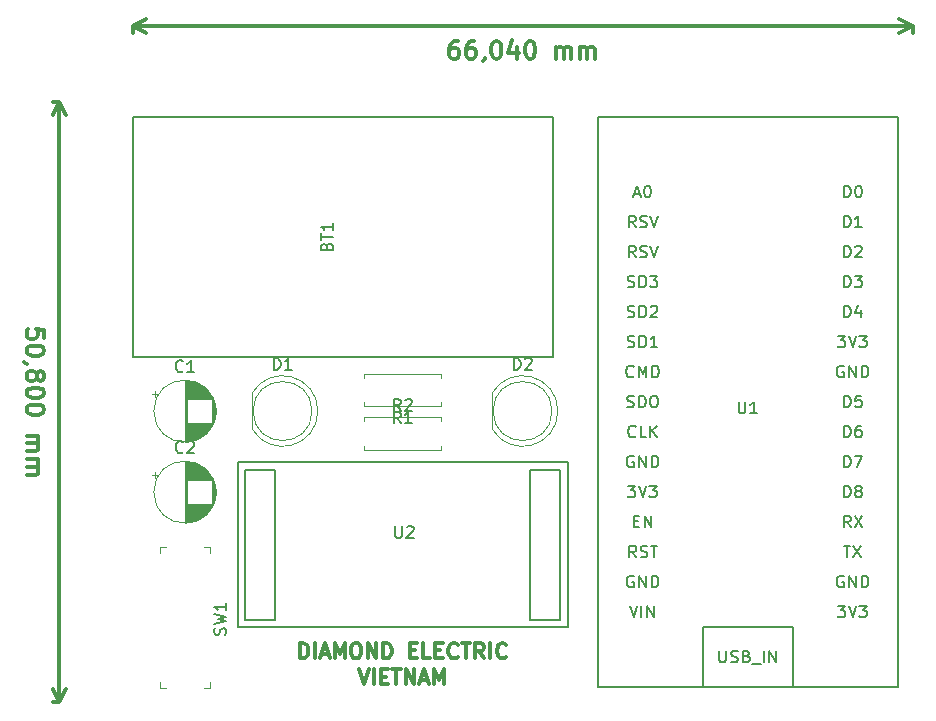
<source format=gto>
G04 #@! TF.GenerationSoftware,KiCad,Pcbnew,5.0.2-bee76a0~70~ubuntu18.04.1*
G04 #@! TF.CreationDate,2019-03-11T12:10:11+07:00*
G04 #@! TF.ProjectId,TestNodeMcu,54657374-4e6f-4646-954d-63752e6b6963,rev?*
G04 #@! TF.SameCoordinates,Original*
G04 #@! TF.FileFunction,Legend,Top*
G04 #@! TF.FilePolarity,Positive*
%FSLAX45Y45*%
G04 Gerber Fmt 4.5, Leading zero omitted, Abs format (unit mm)*
G04 Created by KiCad (PCBNEW 5.0.2-bee76a0~70~ubuntu18.04.1) date Thứ hai, 11 Tháng 3 Năm 2019 12:10:11 +07*
%MOMM*%
%LPD*%
G01*
G04 APERTURE LIST*
%ADD10C,0.300000*%
%ADD11C,0.150000*%
%ADD12C,0.120000*%
%ADD13C,0.100000*%
G04 APERTURE END LIST*
D10*
X14055000Y-7102891D02*
X14026428Y-7102891D01*
X14012143Y-7110034D01*
X14005000Y-7117177D01*
X13990714Y-7138605D01*
X13983571Y-7167177D01*
X13983571Y-7224319D01*
X13990714Y-7238605D01*
X13997857Y-7245748D01*
X14012143Y-7252891D01*
X14040714Y-7252891D01*
X14055000Y-7245748D01*
X14062143Y-7238605D01*
X14069286Y-7224319D01*
X14069286Y-7188605D01*
X14062143Y-7174319D01*
X14055000Y-7167177D01*
X14040714Y-7160034D01*
X14012143Y-7160034D01*
X13997857Y-7167177D01*
X13990714Y-7174319D01*
X13983571Y-7188605D01*
X14197857Y-7102891D02*
X14169286Y-7102891D01*
X14155000Y-7110034D01*
X14147857Y-7117177D01*
X14133571Y-7138605D01*
X14126428Y-7167177D01*
X14126428Y-7224319D01*
X14133571Y-7238605D01*
X14140714Y-7245748D01*
X14155000Y-7252891D01*
X14183571Y-7252891D01*
X14197857Y-7245748D01*
X14205000Y-7238605D01*
X14212143Y-7224319D01*
X14212143Y-7188605D01*
X14205000Y-7174319D01*
X14197857Y-7167177D01*
X14183571Y-7160034D01*
X14155000Y-7160034D01*
X14140714Y-7167177D01*
X14133571Y-7174319D01*
X14126428Y-7188605D01*
X14283571Y-7245748D02*
X14283571Y-7252891D01*
X14276428Y-7267177D01*
X14269286Y-7274319D01*
X14376428Y-7102891D02*
X14390714Y-7102891D01*
X14405000Y-7110034D01*
X14412143Y-7117177D01*
X14419286Y-7131462D01*
X14426428Y-7160034D01*
X14426428Y-7195748D01*
X14419286Y-7224319D01*
X14412143Y-7238605D01*
X14405000Y-7245748D01*
X14390714Y-7252891D01*
X14376428Y-7252891D01*
X14362143Y-7245748D01*
X14355000Y-7238605D01*
X14347857Y-7224319D01*
X14340714Y-7195748D01*
X14340714Y-7160034D01*
X14347857Y-7131462D01*
X14355000Y-7117177D01*
X14362143Y-7110034D01*
X14376428Y-7102891D01*
X14555000Y-7152891D02*
X14555000Y-7252891D01*
X14519286Y-7095748D02*
X14483571Y-7202891D01*
X14576428Y-7202891D01*
X14662143Y-7102891D02*
X14676428Y-7102891D01*
X14690714Y-7110034D01*
X14697857Y-7117177D01*
X14705000Y-7131462D01*
X14712143Y-7160034D01*
X14712143Y-7195748D01*
X14705000Y-7224319D01*
X14697857Y-7238605D01*
X14690714Y-7245748D01*
X14676428Y-7252891D01*
X14662143Y-7252891D01*
X14647857Y-7245748D01*
X14640714Y-7238605D01*
X14633571Y-7224319D01*
X14626428Y-7195748D01*
X14626428Y-7160034D01*
X14633571Y-7131462D01*
X14640714Y-7117177D01*
X14647857Y-7110034D01*
X14662143Y-7102891D01*
X14890714Y-7252891D02*
X14890714Y-7152891D01*
X14890714Y-7167177D02*
X14897857Y-7160034D01*
X14912143Y-7152891D01*
X14933571Y-7152891D01*
X14947857Y-7160034D01*
X14955000Y-7174319D01*
X14955000Y-7252891D01*
X14955000Y-7174319D02*
X14962143Y-7160034D01*
X14976428Y-7152891D01*
X14997857Y-7152891D01*
X15012143Y-7160034D01*
X15019286Y-7174319D01*
X15019286Y-7252891D01*
X15090714Y-7252891D02*
X15090714Y-7152891D01*
X15090714Y-7167177D02*
X15097857Y-7160034D01*
X15112143Y-7152891D01*
X15133571Y-7152891D01*
X15147857Y-7160034D01*
X15155000Y-7174319D01*
X15155000Y-7252891D01*
X15155000Y-7174319D02*
X15162143Y-7160034D01*
X15176428Y-7152891D01*
X15197857Y-7152891D01*
X15212143Y-7160034D01*
X15219286Y-7174319D01*
X15219286Y-7252891D01*
X11303000Y-6975034D02*
X17907000Y-6975034D01*
X11303000Y-6975034D02*
X11303000Y-7033676D01*
X17907000Y-6975034D02*
X17907000Y-7033676D01*
X17907000Y-6975034D02*
X17794350Y-7033676D01*
X17907000Y-6975034D02*
X17794350Y-6916392D01*
X11303000Y-6975034D02*
X11415650Y-7033676D01*
X11303000Y-6975034D02*
X11415650Y-6916392D01*
X10556181Y-9617143D02*
X10556181Y-9545714D01*
X10484753Y-9538571D01*
X10491896Y-9545714D01*
X10499038Y-9560000D01*
X10499038Y-9595714D01*
X10491896Y-9610000D01*
X10484753Y-9617143D01*
X10470467Y-9624286D01*
X10434753Y-9624286D01*
X10420467Y-9617143D01*
X10413324Y-9610000D01*
X10406181Y-9595714D01*
X10406181Y-9560000D01*
X10413324Y-9545714D01*
X10420467Y-9538571D01*
X10556181Y-9717143D02*
X10556181Y-9731429D01*
X10549038Y-9745714D01*
X10541896Y-9752857D01*
X10527610Y-9760000D01*
X10499038Y-9767143D01*
X10463324Y-9767143D01*
X10434753Y-9760000D01*
X10420467Y-9752857D01*
X10413324Y-9745714D01*
X10406181Y-9731429D01*
X10406181Y-9717143D01*
X10413324Y-9702857D01*
X10420467Y-9695714D01*
X10434753Y-9688571D01*
X10463324Y-9681429D01*
X10499038Y-9681429D01*
X10527610Y-9688571D01*
X10541896Y-9695714D01*
X10549038Y-9702857D01*
X10556181Y-9717143D01*
X10413324Y-9838571D02*
X10406181Y-9838571D01*
X10391896Y-9831429D01*
X10384753Y-9824286D01*
X10491896Y-9924286D02*
X10499038Y-9910000D01*
X10506181Y-9902857D01*
X10520467Y-9895714D01*
X10527610Y-9895714D01*
X10541896Y-9902857D01*
X10549038Y-9910000D01*
X10556181Y-9924286D01*
X10556181Y-9952857D01*
X10549038Y-9967143D01*
X10541896Y-9974286D01*
X10527610Y-9981429D01*
X10520467Y-9981429D01*
X10506181Y-9974286D01*
X10499038Y-9967143D01*
X10491896Y-9952857D01*
X10491896Y-9924286D01*
X10484753Y-9910000D01*
X10477610Y-9902857D01*
X10463324Y-9895714D01*
X10434753Y-9895714D01*
X10420467Y-9902857D01*
X10413324Y-9910000D01*
X10406181Y-9924286D01*
X10406181Y-9952857D01*
X10413324Y-9967143D01*
X10420467Y-9974286D01*
X10434753Y-9981429D01*
X10463324Y-9981429D01*
X10477610Y-9974286D01*
X10484753Y-9967143D01*
X10491896Y-9952857D01*
X10556181Y-10074286D02*
X10556181Y-10088571D01*
X10549038Y-10102857D01*
X10541896Y-10110000D01*
X10527610Y-10117143D01*
X10499038Y-10124286D01*
X10463324Y-10124286D01*
X10434753Y-10117143D01*
X10420467Y-10110000D01*
X10413324Y-10102857D01*
X10406181Y-10088571D01*
X10406181Y-10074286D01*
X10413324Y-10060000D01*
X10420467Y-10052857D01*
X10434753Y-10045714D01*
X10463324Y-10038571D01*
X10499038Y-10038571D01*
X10527610Y-10045714D01*
X10541896Y-10052857D01*
X10549038Y-10060000D01*
X10556181Y-10074286D01*
X10556181Y-10217143D02*
X10556181Y-10231429D01*
X10549038Y-10245714D01*
X10541896Y-10252857D01*
X10527610Y-10260000D01*
X10499038Y-10267143D01*
X10463324Y-10267143D01*
X10434753Y-10260000D01*
X10420467Y-10252857D01*
X10413324Y-10245714D01*
X10406181Y-10231429D01*
X10406181Y-10217143D01*
X10413324Y-10202857D01*
X10420467Y-10195714D01*
X10434753Y-10188571D01*
X10463324Y-10181429D01*
X10499038Y-10181429D01*
X10527610Y-10188571D01*
X10541896Y-10195714D01*
X10549038Y-10202857D01*
X10556181Y-10217143D01*
X10406181Y-10445714D02*
X10506181Y-10445714D01*
X10491896Y-10445714D02*
X10499038Y-10452857D01*
X10506181Y-10467143D01*
X10506181Y-10488571D01*
X10499038Y-10502857D01*
X10484753Y-10510000D01*
X10406181Y-10510000D01*
X10484753Y-10510000D02*
X10499038Y-10517143D01*
X10506181Y-10531429D01*
X10506181Y-10552857D01*
X10499038Y-10567143D01*
X10484753Y-10574286D01*
X10406181Y-10574286D01*
X10406181Y-10645714D02*
X10506181Y-10645714D01*
X10491896Y-10645714D02*
X10499038Y-10652857D01*
X10506181Y-10667143D01*
X10506181Y-10688571D01*
X10499038Y-10702857D01*
X10484753Y-10710000D01*
X10406181Y-10710000D01*
X10484753Y-10710000D02*
X10499038Y-10717143D01*
X10506181Y-10731429D01*
X10506181Y-10752857D01*
X10499038Y-10767143D01*
X10484753Y-10774286D01*
X10406181Y-10774286D01*
X10684038Y-7620000D02*
X10684038Y-12700000D01*
X10684038Y-7620000D02*
X10625396Y-7620000D01*
X10684038Y-12700000D02*
X10625396Y-12700000D01*
X10684038Y-12700000D02*
X10625396Y-12587350D01*
X10684038Y-12700000D02*
X10742681Y-12587350D01*
X10684038Y-7620000D02*
X10625396Y-7732650D01*
X10684038Y-7620000D02*
X10742681Y-7732650D01*
X12718143Y-12329702D02*
X12718143Y-12202702D01*
X12748381Y-12202702D01*
X12766524Y-12208750D01*
X12778619Y-12220845D01*
X12784667Y-12232940D01*
X12790714Y-12257131D01*
X12790714Y-12275274D01*
X12784667Y-12299464D01*
X12778619Y-12311559D01*
X12766524Y-12323655D01*
X12748381Y-12329702D01*
X12718143Y-12329702D01*
X12845143Y-12329702D02*
X12845143Y-12202702D01*
X12899571Y-12293417D02*
X12960048Y-12293417D01*
X12887476Y-12329702D02*
X12929809Y-12202702D01*
X12972143Y-12329702D01*
X13014476Y-12329702D02*
X13014476Y-12202702D01*
X13056809Y-12293417D01*
X13099143Y-12202702D01*
X13099143Y-12329702D01*
X13183809Y-12202702D02*
X13208000Y-12202702D01*
X13220095Y-12208750D01*
X13232190Y-12220845D01*
X13238238Y-12245036D01*
X13238238Y-12287369D01*
X13232190Y-12311559D01*
X13220095Y-12323655D01*
X13208000Y-12329702D01*
X13183809Y-12329702D01*
X13171714Y-12323655D01*
X13159619Y-12311559D01*
X13153571Y-12287369D01*
X13153571Y-12245036D01*
X13159619Y-12220845D01*
X13171714Y-12208750D01*
X13183809Y-12202702D01*
X13292667Y-12329702D02*
X13292667Y-12202702D01*
X13365238Y-12329702D01*
X13365238Y-12202702D01*
X13425714Y-12329702D02*
X13425714Y-12202702D01*
X13455952Y-12202702D01*
X13474095Y-12208750D01*
X13486190Y-12220845D01*
X13492238Y-12232940D01*
X13498286Y-12257131D01*
X13498286Y-12275274D01*
X13492238Y-12299464D01*
X13486190Y-12311559D01*
X13474095Y-12323655D01*
X13455952Y-12329702D01*
X13425714Y-12329702D01*
X13649476Y-12263178D02*
X13691809Y-12263178D01*
X13709952Y-12329702D02*
X13649476Y-12329702D01*
X13649476Y-12202702D01*
X13709952Y-12202702D01*
X13824857Y-12329702D02*
X13764381Y-12329702D01*
X13764381Y-12202702D01*
X13867190Y-12263178D02*
X13909524Y-12263178D01*
X13927667Y-12329702D02*
X13867190Y-12329702D01*
X13867190Y-12202702D01*
X13927667Y-12202702D01*
X14054667Y-12317607D02*
X14048619Y-12323655D01*
X14030476Y-12329702D01*
X14018381Y-12329702D01*
X14000238Y-12323655D01*
X13988143Y-12311559D01*
X13982095Y-12299464D01*
X13976048Y-12275274D01*
X13976048Y-12257131D01*
X13982095Y-12232940D01*
X13988143Y-12220845D01*
X14000238Y-12208750D01*
X14018381Y-12202702D01*
X14030476Y-12202702D01*
X14048619Y-12208750D01*
X14054667Y-12214798D01*
X14090952Y-12202702D02*
X14163524Y-12202702D01*
X14127238Y-12329702D02*
X14127238Y-12202702D01*
X14278428Y-12329702D02*
X14236095Y-12269226D01*
X14205857Y-12329702D02*
X14205857Y-12202702D01*
X14254238Y-12202702D01*
X14266333Y-12208750D01*
X14272381Y-12214798D01*
X14278428Y-12226893D01*
X14278428Y-12245036D01*
X14272381Y-12257131D01*
X14266333Y-12263178D01*
X14254238Y-12269226D01*
X14205857Y-12269226D01*
X14332857Y-12329702D02*
X14332857Y-12202702D01*
X14465905Y-12317607D02*
X14459857Y-12323655D01*
X14441714Y-12329702D01*
X14429619Y-12329702D01*
X14411476Y-12323655D01*
X14399381Y-12311559D01*
X14393333Y-12299464D01*
X14387286Y-12275274D01*
X14387286Y-12257131D01*
X14393333Y-12232940D01*
X14399381Y-12220845D01*
X14411476Y-12208750D01*
X14429619Y-12202702D01*
X14441714Y-12202702D01*
X14459857Y-12208750D01*
X14465905Y-12214798D01*
X13217071Y-12423202D02*
X13259405Y-12550202D01*
X13301738Y-12423202D01*
X13344071Y-12550202D02*
X13344071Y-12423202D01*
X13404548Y-12483678D02*
X13446881Y-12483678D01*
X13465024Y-12550202D02*
X13404548Y-12550202D01*
X13404548Y-12423202D01*
X13465024Y-12423202D01*
X13501309Y-12423202D02*
X13573881Y-12423202D01*
X13537595Y-12550202D02*
X13537595Y-12423202D01*
X13616214Y-12550202D02*
X13616214Y-12423202D01*
X13688786Y-12550202D01*
X13688786Y-12423202D01*
X13743214Y-12513917D02*
X13803690Y-12513917D01*
X13731119Y-12550202D02*
X13773452Y-12423202D01*
X13815786Y-12550202D01*
X13858119Y-12550202D02*
X13858119Y-12423202D01*
X13900452Y-12513917D01*
X13942786Y-12423202D01*
X13942786Y-12550202D01*
D11*
G04 #@! TO.C,BT1*
X14859000Y-7747000D02*
X14859000Y-9779000D01*
X11303000Y-9779000D02*
X14859000Y-9779000D01*
X14859000Y-9779000D02*
X14859000Y-7747000D01*
X14859000Y-7747000D02*
X11303000Y-7747000D01*
X11303000Y-7747000D02*
X11303000Y-9779000D01*
D12*
G04 #@! TO.C,D1*
X12872000Y-10236246D02*
G75*
G03X12317000Y-10081717I-299000J46D01*
G01*
X12872000Y-10236154D02*
G75*
G02X12317000Y-10390683I-299000J-46D01*
G01*
X12823000Y-10236200D02*
G75*
G03X12823000Y-10236200I-250000J0D01*
G01*
X12317000Y-10081700D02*
X12317000Y-10390700D01*
G04 #@! TO.C,D2*
X14349000Y-10081700D02*
X14349000Y-10390700D01*
X14855000Y-10236200D02*
G75*
G03X14855000Y-10236200I-250000J0D01*
G01*
X14904000Y-10236154D02*
G75*
G02X14349000Y-10390683I-299000J-46D01*
G01*
X14904000Y-10236246D02*
G75*
G03X14349000Y-10081717I-299000J46D01*
G01*
G04 #@! TO.C,R1*
X13916000Y-10162400D02*
X13916000Y-10195400D01*
X13916000Y-10195400D02*
X13262000Y-10195400D01*
X13262000Y-10195400D02*
X13262000Y-10162400D01*
X13916000Y-9954400D02*
X13916000Y-9921400D01*
X13916000Y-9921400D02*
X13262000Y-9921400D01*
X13262000Y-9921400D02*
X13262000Y-9954400D01*
G04 #@! TO.C,R2*
X13916000Y-10563700D02*
X13916000Y-10530700D01*
X13262000Y-10563700D02*
X13916000Y-10563700D01*
X13262000Y-10530700D02*
X13262000Y-10563700D01*
X13916000Y-10289700D02*
X13916000Y-10322700D01*
X13262000Y-10289700D02*
X13916000Y-10289700D01*
X13262000Y-10322700D02*
X13262000Y-10289700D01*
D13*
G04 #@! TO.C,SW1*
X11957500Y-12577500D02*
X11957500Y-12527500D01*
X11957500Y-12577500D02*
X11907500Y-12577500D01*
X11957500Y-11387500D02*
X11907500Y-11387500D01*
X11957500Y-11387500D02*
X11957500Y-11437500D01*
X11537500Y-11387500D02*
X11587500Y-11387500D01*
X11537500Y-11387500D02*
X11537500Y-11437500D01*
X11537500Y-12577500D02*
X11587500Y-12577500D01*
X11537500Y-12577500D02*
X11537500Y-12527500D01*
D11*
G04 #@! TO.C,U1*
X16891000Y-12065000D02*
X16129000Y-12065000D01*
X16891000Y-12573000D02*
X16891000Y-12065000D01*
X16129000Y-12573000D02*
X16129000Y-12065000D01*
X15240000Y-12573000D02*
X15240000Y-7747000D01*
X17780000Y-12573000D02*
X15240000Y-12573000D01*
X17780000Y-7747000D02*
X17780000Y-12573000D01*
X15240000Y-7747000D02*
X17780000Y-7747000D01*
D12*
G04 #@! TO.C,C1*
X12007500Y-10236200D02*
G75*
G03X12007500Y-10236200I-262000J0D01*
G01*
X11745500Y-9978200D02*
X11745500Y-10494200D01*
X11749500Y-9978200D02*
X11749500Y-10494200D01*
X11753500Y-9978300D02*
X11753500Y-10494100D01*
X11757500Y-9978400D02*
X11757500Y-10494000D01*
X11761500Y-9978600D02*
X11761500Y-10493800D01*
X11765500Y-9978900D02*
X11765500Y-10493500D01*
X11769500Y-9979300D02*
X11769500Y-10132200D01*
X11769500Y-10340200D02*
X11769500Y-10493100D01*
X11773500Y-9979700D02*
X11773500Y-10132200D01*
X11773500Y-10340200D02*
X11773500Y-10492700D01*
X11777500Y-9980100D02*
X11777500Y-10132200D01*
X11777500Y-10340200D02*
X11777500Y-10492300D01*
X11781500Y-9980600D02*
X11781500Y-10132200D01*
X11781500Y-10340200D02*
X11781500Y-10491800D01*
X11785500Y-9981200D02*
X11785500Y-10132200D01*
X11785500Y-10340200D02*
X11785500Y-10491200D01*
X11789500Y-9981900D02*
X11789500Y-10132200D01*
X11789500Y-10340200D02*
X11789500Y-10490500D01*
X11793500Y-9982600D02*
X11793500Y-10132200D01*
X11793500Y-10340200D02*
X11793500Y-10489800D01*
X11797500Y-9983400D02*
X11797500Y-10132200D01*
X11797500Y-10340200D02*
X11797500Y-10489000D01*
X11801500Y-9984200D02*
X11801500Y-10132200D01*
X11801500Y-10340200D02*
X11801500Y-10488200D01*
X11805500Y-9985100D02*
X11805500Y-10132200D01*
X11805500Y-10340200D02*
X11805500Y-10487300D01*
X11809500Y-9986100D02*
X11809500Y-10132200D01*
X11809500Y-10340200D02*
X11809500Y-10486300D01*
X11813500Y-9987100D02*
X11813500Y-10132200D01*
X11813500Y-10340200D02*
X11813500Y-10485300D01*
X11817600Y-9988200D02*
X11817600Y-10132200D01*
X11817600Y-10340200D02*
X11817600Y-10484200D01*
X11821600Y-9989400D02*
X11821600Y-10132200D01*
X11821600Y-10340200D02*
X11821600Y-10483000D01*
X11825600Y-9990700D02*
X11825600Y-10132200D01*
X11825600Y-10340200D02*
X11825600Y-10481700D01*
X11829600Y-9992000D02*
X11829600Y-10132200D01*
X11829600Y-10340200D02*
X11829600Y-10480400D01*
X11833600Y-9993400D02*
X11833600Y-10132200D01*
X11833600Y-10340200D02*
X11833600Y-10479000D01*
X11837600Y-9994800D02*
X11837600Y-10132200D01*
X11837600Y-10340200D02*
X11837600Y-10477600D01*
X11841600Y-9996400D02*
X11841600Y-10132200D01*
X11841600Y-10340200D02*
X11841600Y-10476000D01*
X11845600Y-9998000D02*
X11845600Y-10132200D01*
X11845600Y-10340200D02*
X11845600Y-10474400D01*
X11849600Y-9999700D02*
X11849600Y-10132200D01*
X11849600Y-10340200D02*
X11849600Y-10472700D01*
X11853600Y-10001400D02*
X11853600Y-10132200D01*
X11853600Y-10340200D02*
X11853600Y-10471000D01*
X11857600Y-10003300D02*
X11857600Y-10132200D01*
X11857600Y-10340200D02*
X11857600Y-10469100D01*
X11861600Y-10005200D02*
X11861600Y-10132200D01*
X11861600Y-10340200D02*
X11861600Y-10467200D01*
X11865600Y-10007200D02*
X11865600Y-10132200D01*
X11865600Y-10340200D02*
X11865600Y-10465200D01*
X11869600Y-10009400D02*
X11869600Y-10132200D01*
X11869600Y-10340200D02*
X11869600Y-10463000D01*
X11873600Y-10011500D02*
X11873600Y-10132200D01*
X11873600Y-10340200D02*
X11873600Y-10460900D01*
X11877600Y-10013800D02*
X11877600Y-10132200D01*
X11877600Y-10340200D02*
X11877600Y-10458600D01*
X11881600Y-10016200D02*
X11881600Y-10132200D01*
X11881600Y-10340200D02*
X11881600Y-10456200D01*
X11885600Y-10018700D02*
X11885600Y-10132200D01*
X11885600Y-10340200D02*
X11885600Y-10453700D01*
X11889600Y-10021300D02*
X11889600Y-10132200D01*
X11889600Y-10340200D02*
X11889600Y-10451100D01*
X11893600Y-10024000D02*
X11893600Y-10132200D01*
X11893600Y-10340200D02*
X11893600Y-10448400D01*
X11897600Y-10026700D02*
X11897600Y-10132200D01*
X11897600Y-10340200D02*
X11897600Y-10445700D01*
X11901600Y-10029700D02*
X11901600Y-10132200D01*
X11901600Y-10340200D02*
X11901600Y-10442700D01*
X11905600Y-10032700D02*
X11905600Y-10132200D01*
X11905600Y-10340200D02*
X11905600Y-10439700D01*
X11909600Y-10035800D02*
X11909600Y-10132200D01*
X11909600Y-10340200D02*
X11909600Y-10436600D01*
X11913600Y-10039100D02*
X11913600Y-10132200D01*
X11913600Y-10340200D02*
X11913600Y-10433300D01*
X11917600Y-10042500D02*
X11917600Y-10132200D01*
X11917600Y-10340200D02*
X11917600Y-10429900D01*
X11921600Y-10046100D02*
X11921600Y-10132200D01*
X11921600Y-10340200D02*
X11921600Y-10426300D01*
X11925600Y-10049800D02*
X11925600Y-10132200D01*
X11925600Y-10340200D02*
X11925600Y-10422600D01*
X11929600Y-10053600D02*
X11929600Y-10132200D01*
X11929600Y-10340200D02*
X11929600Y-10418800D01*
X11933600Y-10057700D02*
X11933600Y-10132200D01*
X11933600Y-10340200D02*
X11933600Y-10414700D01*
X11937600Y-10061900D02*
X11937600Y-10132200D01*
X11937600Y-10340200D02*
X11937600Y-10410500D01*
X11941600Y-10066300D02*
X11941600Y-10132200D01*
X11941600Y-10340200D02*
X11941600Y-10406100D01*
X11945600Y-10070900D02*
X11945600Y-10132200D01*
X11945600Y-10340200D02*
X11945600Y-10401500D01*
X11949600Y-10075700D02*
X11949600Y-10132200D01*
X11949600Y-10340200D02*
X11949600Y-10396700D01*
X11953600Y-10080800D02*
X11953600Y-10132200D01*
X11953600Y-10340200D02*
X11953600Y-10391600D01*
X11957600Y-10086200D02*
X11957600Y-10132200D01*
X11957600Y-10340200D02*
X11957600Y-10386200D01*
X11961600Y-10091900D02*
X11961600Y-10132200D01*
X11961600Y-10340200D02*
X11961600Y-10380500D01*
X11965600Y-10097900D02*
X11965600Y-10132200D01*
X11965600Y-10340200D02*
X11965600Y-10374500D01*
X11969600Y-10104300D02*
X11969600Y-10132200D01*
X11969600Y-10340200D02*
X11969600Y-10368100D01*
X11973600Y-10111100D02*
X11973600Y-10132200D01*
X11973600Y-10340200D02*
X11973600Y-10361300D01*
X11977600Y-10118400D02*
X11977600Y-10354000D01*
X11981600Y-10126400D02*
X11981600Y-10346000D01*
X11985600Y-10135100D02*
X11985600Y-10337300D01*
X11989600Y-10144700D02*
X11989600Y-10327700D01*
X11993600Y-10155700D02*
X11993600Y-10316700D01*
X11997600Y-10168500D02*
X11997600Y-10303900D01*
X12001600Y-10184400D02*
X12001600Y-10288000D01*
X12005600Y-10207800D02*
X12005600Y-10264600D01*
X11465022Y-10088700D02*
X11515022Y-10088700D01*
X11490022Y-10063700D02*
X11490022Y-10113700D01*
G04 #@! TO.C,C2*
X11490022Y-10749500D02*
X11490022Y-10799500D01*
X11465022Y-10774500D02*
X11515022Y-10774500D01*
X12005600Y-10893600D02*
X12005600Y-10950400D01*
X12001600Y-10870200D02*
X12001600Y-10973800D01*
X11997600Y-10854300D02*
X11997600Y-10989700D01*
X11993600Y-10841500D02*
X11993600Y-11002500D01*
X11989600Y-10830500D02*
X11989600Y-11013500D01*
X11985600Y-10820900D02*
X11985600Y-11023100D01*
X11981600Y-10812200D02*
X11981600Y-11031800D01*
X11977600Y-10804200D02*
X11977600Y-11039800D01*
X11973600Y-11026000D02*
X11973600Y-11047100D01*
X11973600Y-10796900D02*
X11973600Y-10818000D01*
X11969600Y-11026000D02*
X11969600Y-11053900D01*
X11969600Y-10790100D02*
X11969600Y-10818000D01*
X11965600Y-11026000D02*
X11965600Y-11060300D01*
X11965600Y-10783700D02*
X11965600Y-10818000D01*
X11961600Y-11026000D02*
X11961600Y-11066300D01*
X11961600Y-10777700D02*
X11961600Y-10818000D01*
X11957600Y-11026000D02*
X11957600Y-11072000D01*
X11957600Y-10772000D02*
X11957600Y-10818000D01*
X11953600Y-11026000D02*
X11953600Y-11077400D01*
X11953600Y-10766600D02*
X11953600Y-10818000D01*
X11949600Y-11026000D02*
X11949600Y-11082500D01*
X11949600Y-10761500D02*
X11949600Y-10818000D01*
X11945600Y-11026000D02*
X11945600Y-11087300D01*
X11945600Y-10756700D02*
X11945600Y-10818000D01*
X11941600Y-11026000D02*
X11941600Y-11091900D01*
X11941600Y-10752100D02*
X11941600Y-10818000D01*
X11937600Y-11026000D02*
X11937600Y-11096300D01*
X11937600Y-10747700D02*
X11937600Y-10818000D01*
X11933600Y-11026000D02*
X11933600Y-11100500D01*
X11933600Y-10743500D02*
X11933600Y-10818000D01*
X11929600Y-11026000D02*
X11929600Y-11104600D01*
X11929600Y-10739400D02*
X11929600Y-10818000D01*
X11925600Y-11026000D02*
X11925600Y-11108400D01*
X11925600Y-10735600D02*
X11925600Y-10818000D01*
X11921600Y-11026000D02*
X11921600Y-11112100D01*
X11921600Y-10731900D02*
X11921600Y-10818000D01*
X11917600Y-11026000D02*
X11917600Y-11115700D01*
X11917600Y-10728300D02*
X11917600Y-10818000D01*
X11913600Y-11026000D02*
X11913600Y-11119100D01*
X11913600Y-10724900D02*
X11913600Y-10818000D01*
X11909600Y-11026000D02*
X11909600Y-11122400D01*
X11909600Y-10721600D02*
X11909600Y-10818000D01*
X11905600Y-11026000D02*
X11905600Y-11125500D01*
X11905600Y-10718500D02*
X11905600Y-10818000D01*
X11901600Y-11026000D02*
X11901600Y-11128500D01*
X11901600Y-10715500D02*
X11901600Y-10818000D01*
X11897600Y-11026000D02*
X11897600Y-11131500D01*
X11897600Y-10712500D02*
X11897600Y-10818000D01*
X11893600Y-11026000D02*
X11893600Y-11134200D01*
X11893600Y-10709800D02*
X11893600Y-10818000D01*
X11889600Y-11026000D02*
X11889600Y-11136900D01*
X11889600Y-10707100D02*
X11889600Y-10818000D01*
X11885600Y-11026000D02*
X11885600Y-11139500D01*
X11885600Y-10704500D02*
X11885600Y-10818000D01*
X11881600Y-11026000D02*
X11881600Y-11142000D01*
X11881600Y-10702000D02*
X11881600Y-10818000D01*
X11877600Y-11026000D02*
X11877600Y-11144400D01*
X11877600Y-10699600D02*
X11877600Y-10818000D01*
X11873600Y-11026000D02*
X11873600Y-11146700D01*
X11873600Y-10697300D02*
X11873600Y-10818000D01*
X11869600Y-11026000D02*
X11869600Y-11148800D01*
X11869600Y-10695200D02*
X11869600Y-10818000D01*
X11865600Y-11026000D02*
X11865600Y-11151000D01*
X11865600Y-10693000D02*
X11865600Y-10818000D01*
X11861600Y-11026000D02*
X11861600Y-11153000D01*
X11861600Y-10691000D02*
X11861600Y-10818000D01*
X11857600Y-11026000D02*
X11857600Y-11154900D01*
X11857600Y-10689100D02*
X11857600Y-10818000D01*
X11853600Y-11026000D02*
X11853600Y-11156800D01*
X11853600Y-10687200D02*
X11853600Y-10818000D01*
X11849600Y-11026000D02*
X11849600Y-11158500D01*
X11849600Y-10685500D02*
X11849600Y-10818000D01*
X11845600Y-11026000D02*
X11845600Y-11160200D01*
X11845600Y-10683800D02*
X11845600Y-10818000D01*
X11841600Y-11026000D02*
X11841600Y-11161800D01*
X11841600Y-10682200D02*
X11841600Y-10818000D01*
X11837600Y-11026000D02*
X11837600Y-11163400D01*
X11837600Y-10680600D02*
X11837600Y-10818000D01*
X11833600Y-11026000D02*
X11833600Y-11164800D01*
X11833600Y-10679200D02*
X11833600Y-10818000D01*
X11829600Y-11026000D02*
X11829600Y-11166200D01*
X11829600Y-10677800D02*
X11829600Y-10818000D01*
X11825600Y-11026000D02*
X11825600Y-11167500D01*
X11825600Y-10676500D02*
X11825600Y-10818000D01*
X11821600Y-11026000D02*
X11821600Y-11168800D01*
X11821600Y-10675200D02*
X11821600Y-10818000D01*
X11817600Y-11026000D02*
X11817600Y-11170000D01*
X11817600Y-10674000D02*
X11817600Y-10818000D01*
X11813500Y-11026000D02*
X11813500Y-11171100D01*
X11813500Y-10672900D02*
X11813500Y-10818000D01*
X11809500Y-11026000D02*
X11809500Y-11172100D01*
X11809500Y-10671900D02*
X11809500Y-10818000D01*
X11805500Y-11026000D02*
X11805500Y-11173100D01*
X11805500Y-10670900D02*
X11805500Y-10818000D01*
X11801500Y-11026000D02*
X11801500Y-11174000D01*
X11801500Y-10670000D02*
X11801500Y-10818000D01*
X11797500Y-11026000D02*
X11797500Y-11174800D01*
X11797500Y-10669200D02*
X11797500Y-10818000D01*
X11793500Y-11026000D02*
X11793500Y-11175600D01*
X11793500Y-10668400D02*
X11793500Y-10818000D01*
X11789500Y-11026000D02*
X11789500Y-11176300D01*
X11789500Y-10667700D02*
X11789500Y-10818000D01*
X11785500Y-11026000D02*
X11785500Y-11177000D01*
X11785500Y-10667000D02*
X11785500Y-10818000D01*
X11781500Y-11026000D02*
X11781500Y-11177600D01*
X11781500Y-10666400D02*
X11781500Y-10818000D01*
X11777500Y-11026000D02*
X11777500Y-11178100D01*
X11777500Y-10665900D02*
X11777500Y-10818000D01*
X11773500Y-11026000D02*
X11773500Y-11178500D01*
X11773500Y-10665500D02*
X11773500Y-10818000D01*
X11769500Y-11026000D02*
X11769500Y-11178900D01*
X11769500Y-10665100D02*
X11769500Y-10818000D01*
X11765500Y-10664700D02*
X11765500Y-11179300D01*
X11761500Y-10664400D02*
X11761500Y-11179600D01*
X11757500Y-10664200D02*
X11757500Y-11179800D01*
X11753500Y-10664100D02*
X11753500Y-11179900D01*
X11749500Y-10664000D02*
X11749500Y-11180000D01*
X11745500Y-10664000D02*
X11745500Y-11180000D01*
X12007500Y-10922000D02*
G75*
G03X12007500Y-10922000I-262000J0D01*
G01*
D11*
G04 #@! TO.C,U2*
X14986000Y-12065000D02*
X14986000Y-10668000D01*
X12192000Y-12065000D02*
X14986000Y-12065000D01*
X12192000Y-10668000D02*
X12192000Y-12065000D01*
X14986000Y-10668000D02*
X12192000Y-10668000D01*
X14922500Y-10731500D02*
X14668500Y-10731500D01*
X14922500Y-12001500D02*
X14922500Y-10731500D01*
X14668500Y-12001500D02*
X14922500Y-12001500D01*
X14668500Y-10731500D02*
X14668500Y-12001500D01*
X12255500Y-12001500D02*
X12255500Y-10731500D01*
X12509500Y-12001500D02*
X12255500Y-12001500D01*
X12509500Y-10731500D02*
X12509500Y-12001500D01*
X12255500Y-10731500D02*
X12509500Y-10731500D01*
G04 #@! TO.C,BT1*
X12946857Y-8841571D02*
X12951619Y-8827286D01*
X12956381Y-8822524D01*
X12965905Y-8817762D01*
X12980190Y-8817762D01*
X12989714Y-8822524D01*
X12994476Y-8827286D01*
X12999238Y-8836810D01*
X12999238Y-8874905D01*
X12899238Y-8874905D01*
X12899238Y-8841571D01*
X12904000Y-8832048D01*
X12908762Y-8827286D01*
X12918286Y-8822524D01*
X12927809Y-8822524D01*
X12937333Y-8827286D01*
X12942095Y-8832048D01*
X12946857Y-8841571D01*
X12946857Y-8874905D01*
X12899238Y-8789190D02*
X12899238Y-8732048D01*
X12999238Y-8760619D02*
X12899238Y-8760619D01*
X12999238Y-8646333D02*
X12999238Y-8703476D01*
X12999238Y-8674905D02*
X12899238Y-8674905D01*
X12913524Y-8684429D01*
X12923048Y-8693952D01*
X12927809Y-8703476D01*
G04 #@! TO.C,D1*
X12499190Y-9885438D02*
X12499190Y-9785438D01*
X12523000Y-9785438D01*
X12537286Y-9790200D01*
X12546809Y-9799724D01*
X12551571Y-9809248D01*
X12556333Y-9828295D01*
X12556333Y-9842581D01*
X12551571Y-9861629D01*
X12546809Y-9871152D01*
X12537286Y-9880676D01*
X12523000Y-9885438D01*
X12499190Y-9885438D01*
X12651571Y-9885438D02*
X12594428Y-9885438D01*
X12623000Y-9885438D02*
X12623000Y-9785438D01*
X12613476Y-9799724D01*
X12603952Y-9809248D01*
X12594428Y-9814010D01*
G04 #@! TO.C,D2*
X14531190Y-9885438D02*
X14531190Y-9785438D01*
X14555000Y-9785438D01*
X14569286Y-9790200D01*
X14578809Y-9799724D01*
X14583571Y-9809248D01*
X14588333Y-9828295D01*
X14588333Y-9842581D01*
X14583571Y-9861629D01*
X14578809Y-9871152D01*
X14569286Y-9880676D01*
X14555000Y-9885438D01*
X14531190Y-9885438D01*
X14626428Y-9794962D02*
X14631190Y-9790200D01*
X14640714Y-9785438D01*
X14664524Y-9785438D01*
X14674048Y-9790200D01*
X14678809Y-9794962D01*
X14683571Y-9804486D01*
X14683571Y-9814010D01*
X14678809Y-9828295D01*
X14621667Y-9885438D01*
X14683571Y-9885438D01*
G04 #@! TO.C,R1*
X13572333Y-10340638D02*
X13539000Y-10293019D01*
X13515190Y-10340638D02*
X13515190Y-10240638D01*
X13553286Y-10240638D01*
X13562809Y-10245400D01*
X13567571Y-10250162D01*
X13572333Y-10259686D01*
X13572333Y-10273971D01*
X13567571Y-10283495D01*
X13562809Y-10288257D01*
X13553286Y-10293019D01*
X13515190Y-10293019D01*
X13667571Y-10340638D02*
X13610428Y-10340638D01*
X13639000Y-10340638D02*
X13639000Y-10240638D01*
X13629476Y-10254924D01*
X13619952Y-10264448D01*
X13610428Y-10269210D01*
G04 #@! TO.C,R2*
X13572333Y-10234938D02*
X13539000Y-10187319D01*
X13515190Y-10234938D02*
X13515190Y-10134938D01*
X13553286Y-10134938D01*
X13562809Y-10139700D01*
X13567571Y-10144462D01*
X13572333Y-10153986D01*
X13572333Y-10168271D01*
X13567571Y-10177795D01*
X13562809Y-10182557D01*
X13553286Y-10187319D01*
X13515190Y-10187319D01*
X13610428Y-10144462D02*
X13615190Y-10139700D01*
X13624714Y-10134938D01*
X13648524Y-10134938D01*
X13658048Y-10139700D01*
X13662809Y-10144462D01*
X13667571Y-10153986D01*
X13667571Y-10163510D01*
X13662809Y-10177795D01*
X13605667Y-10234938D01*
X13667571Y-10234938D01*
G04 #@! TO.C,SW1*
X12089976Y-12129833D02*
X12094738Y-12115548D01*
X12094738Y-12091738D01*
X12089976Y-12082214D01*
X12085214Y-12077452D01*
X12075690Y-12072690D01*
X12066167Y-12072690D01*
X12056643Y-12077452D01*
X12051881Y-12082214D01*
X12047119Y-12091738D01*
X12042357Y-12110786D01*
X12037595Y-12120309D01*
X12032833Y-12125071D01*
X12023309Y-12129833D01*
X12013786Y-12129833D01*
X12004262Y-12125071D01*
X11999500Y-12120309D01*
X11994738Y-12110786D01*
X11994738Y-12086976D01*
X11999500Y-12072690D01*
X11994738Y-12039357D02*
X12094738Y-12015548D01*
X12023309Y-11996500D01*
X12094738Y-11977452D01*
X11994738Y-11953643D01*
X12094738Y-11863167D02*
X12094738Y-11920309D01*
X12094738Y-11891738D02*
X11994738Y-11891738D01*
X12009024Y-11901262D01*
X12018548Y-11910786D01*
X12023309Y-11920309D01*
G04 #@! TO.C,U1*
X16433809Y-10156038D02*
X16433809Y-10236990D01*
X16438571Y-10246514D01*
X16443333Y-10251276D01*
X16452857Y-10256038D01*
X16471905Y-10256038D01*
X16481428Y-10251276D01*
X16486190Y-10246514D01*
X16490952Y-10236990D01*
X16490952Y-10156038D01*
X16590952Y-10256038D02*
X16533809Y-10256038D01*
X16562381Y-10256038D02*
X16562381Y-10156038D01*
X16552857Y-10170324D01*
X16543333Y-10179848D01*
X16533809Y-10184610D01*
X16269524Y-12264238D02*
X16269524Y-12345190D01*
X16274286Y-12354714D01*
X16279048Y-12359476D01*
X16288571Y-12364238D01*
X16307619Y-12364238D01*
X16317143Y-12359476D01*
X16321905Y-12354714D01*
X16326667Y-12345190D01*
X16326667Y-12264238D01*
X16369524Y-12359476D02*
X16383809Y-12364238D01*
X16407619Y-12364238D01*
X16417143Y-12359476D01*
X16421905Y-12354714D01*
X16426667Y-12345190D01*
X16426667Y-12335667D01*
X16421905Y-12326143D01*
X16417143Y-12321381D01*
X16407619Y-12316619D01*
X16388571Y-12311857D01*
X16379048Y-12307095D01*
X16374286Y-12302333D01*
X16369524Y-12292809D01*
X16369524Y-12283286D01*
X16374286Y-12273762D01*
X16379048Y-12269000D01*
X16388571Y-12264238D01*
X16412381Y-12264238D01*
X16426667Y-12269000D01*
X16502857Y-12311857D02*
X16517143Y-12316619D01*
X16521905Y-12321381D01*
X16526667Y-12330905D01*
X16526667Y-12345190D01*
X16521905Y-12354714D01*
X16517143Y-12359476D01*
X16507619Y-12364238D01*
X16469524Y-12364238D01*
X16469524Y-12264238D01*
X16502857Y-12264238D01*
X16512381Y-12269000D01*
X16517143Y-12273762D01*
X16521905Y-12283286D01*
X16521905Y-12292809D01*
X16517143Y-12302333D01*
X16512381Y-12307095D01*
X16502857Y-12311857D01*
X16469524Y-12311857D01*
X16545714Y-12373762D02*
X16621905Y-12373762D01*
X16645714Y-12364238D02*
X16645714Y-12264238D01*
X16693333Y-12364238D02*
X16693333Y-12264238D01*
X16750476Y-12364238D01*
X16750476Y-12264238D01*
X17325190Y-8427238D02*
X17325190Y-8327238D01*
X17349000Y-8327238D01*
X17363286Y-8332000D01*
X17372810Y-8341524D01*
X17377571Y-8351048D01*
X17382333Y-8370095D01*
X17382333Y-8384381D01*
X17377571Y-8403429D01*
X17372810Y-8412952D01*
X17363286Y-8422476D01*
X17349000Y-8427238D01*
X17325190Y-8427238D01*
X17444238Y-8327238D02*
X17453762Y-8327238D01*
X17463286Y-8332000D01*
X17468048Y-8336762D01*
X17472810Y-8346286D01*
X17477571Y-8365333D01*
X17477571Y-8389143D01*
X17472810Y-8408190D01*
X17468048Y-8417714D01*
X17463286Y-8422476D01*
X17453762Y-8427238D01*
X17444238Y-8427238D01*
X17434714Y-8422476D01*
X17429952Y-8417714D01*
X17425190Y-8408190D01*
X17420429Y-8389143D01*
X17420429Y-8365333D01*
X17425190Y-8346286D01*
X17429952Y-8336762D01*
X17434714Y-8332000D01*
X17444238Y-8327238D01*
X17325190Y-8681238D02*
X17325190Y-8581238D01*
X17349000Y-8581238D01*
X17363286Y-8586000D01*
X17372810Y-8595524D01*
X17377571Y-8605048D01*
X17382333Y-8624095D01*
X17382333Y-8638381D01*
X17377571Y-8657429D01*
X17372810Y-8666952D01*
X17363286Y-8676476D01*
X17349000Y-8681238D01*
X17325190Y-8681238D01*
X17477571Y-8681238D02*
X17420429Y-8681238D01*
X17449000Y-8681238D02*
X17449000Y-8581238D01*
X17439476Y-8595524D01*
X17429952Y-8605048D01*
X17420429Y-8609810D01*
X17325190Y-8935238D02*
X17325190Y-8835238D01*
X17349000Y-8835238D01*
X17363286Y-8840000D01*
X17372810Y-8849524D01*
X17377571Y-8859048D01*
X17382333Y-8878095D01*
X17382333Y-8892381D01*
X17377571Y-8911429D01*
X17372810Y-8920952D01*
X17363286Y-8930476D01*
X17349000Y-8935238D01*
X17325190Y-8935238D01*
X17420429Y-8844762D02*
X17425190Y-8840000D01*
X17434714Y-8835238D01*
X17458524Y-8835238D01*
X17468048Y-8840000D01*
X17472810Y-8844762D01*
X17477571Y-8854286D01*
X17477571Y-8863810D01*
X17472810Y-8878095D01*
X17415667Y-8935238D01*
X17477571Y-8935238D01*
X17325190Y-9189238D02*
X17325190Y-9089238D01*
X17349000Y-9089238D01*
X17363286Y-9094000D01*
X17372810Y-9103524D01*
X17377571Y-9113048D01*
X17382333Y-9132095D01*
X17382333Y-9146381D01*
X17377571Y-9165429D01*
X17372810Y-9174952D01*
X17363286Y-9184476D01*
X17349000Y-9189238D01*
X17325190Y-9189238D01*
X17415667Y-9089238D02*
X17477571Y-9089238D01*
X17444238Y-9127333D01*
X17458524Y-9127333D01*
X17468048Y-9132095D01*
X17472810Y-9136857D01*
X17477571Y-9146381D01*
X17477571Y-9170190D01*
X17472810Y-9179714D01*
X17468048Y-9184476D01*
X17458524Y-9189238D01*
X17429952Y-9189238D01*
X17420429Y-9184476D01*
X17415667Y-9179714D01*
X17325190Y-9443238D02*
X17325190Y-9343238D01*
X17349000Y-9343238D01*
X17363286Y-9348000D01*
X17372810Y-9357524D01*
X17377571Y-9367048D01*
X17382333Y-9386095D01*
X17382333Y-9400381D01*
X17377571Y-9419429D01*
X17372810Y-9428952D01*
X17363286Y-9438476D01*
X17349000Y-9443238D01*
X17325190Y-9443238D01*
X17468048Y-9376571D02*
X17468048Y-9443238D01*
X17444238Y-9338476D02*
X17420429Y-9409905D01*
X17482333Y-9409905D01*
X17325190Y-10205238D02*
X17325190Y-10105238D01*
X17349000Y-10105238D01*
X17363286Y-10110000D01*
X17372810Y-10119524D01*
X17377571Y-10129048D01*
X17382333Y-10148095D01*
X17382333Y-10162381D01*
X17377571Y-10181429D01*
X17372810Y-10190952D01*
X17363286Y-10200476D01*
X17349000Y-10205238D01*
X17325190Y-10205238D01*
X17472810Y-10105238D02*
X17425190Y-10105238D01*
X17420429Y-10152857D01*
X17425190Y-10148095D01*
X17434714Y-10143333D01*
X17458524Y-10143333D01*
X17468048Y-10148095D01*
X17472810Y-10152857D01*
X17477571Y-10162381D01*
X17477571Y-10186190D01*
X17472810Y-10195714D01*
X17468048Y-10200476D01*
X17458524Y-10205238D01*
X17434714Y-10205238D01*
X17425190Y-10200476D01*
X17420429Y-10195714D01*
X17382333Y-11221238D02*
X17349000Y-11173619D01*
X17325190Y-11221238D02*
X17325190Y-11121238D01*
X17363286Y-11121238D01*
X17372810Y-11126000D01*
X17377571Y-11130762D01*
X17382333Y-11140286D01*
X17382333Y-11154571D01*
X17377571Y-11164095D01*
X17372810Y-11168857D01*
X17363286Y-11173619D01*
X17325190Y-11173619D01*
X17415667Y-11121238D02*
X17482333Y-11221238D01*
X17482333Y-11121238D02*
X17415667Y-11221238D01*
X17325190Y-10459238D02*
X17325190Y-10359238D01*
X17349000Y-10359238D01*
X17363286Y-10364000D01*
X17372810Y-10373524D01*
X17377571Y-10383048D01*
X17382333Y-10402095D01*
X17382333Y-10416381D01*
X17377571Y-10435429D01*
X17372810Y-10444952D01*
X17363286Y-10454476D01*
X17349000Y-10459238D01*
X17325190Y-10459238D01*
X17468048Y-10359238D02*
X17449000Y-10359238D01*
X17439476Y-10364000D01*
X17434714Y-10368762D01*
X17425190Y-10383048D01*
X17420429Y-10402095D01*
X17420429Y-10440190D01*
X17425190Y-10449714D01*
X17429952Y-10454476D01*
X17439476Y-10459238D01*
X17458524Y-10459238D01*
X17468048Y-10454476D01*
X17472810Y-10449714D01*
X17477571Y-10440190D01*
X17477571Y-10416381D01*
X17472810Y-10406857D01*
X17468048Y-10402095D01*
X17458524Y-10397333D01*
X17439476Y-10397333D01*
X17429952Y-10402095D01*
X17425190Y-10406857D01*
X17420429Y-10416381D01*
X17325190Y-10713238D02*
X17325190Y-10613238D01*
X17349000Y-10613238D01*
X17363286Y-10618000D01*
X17372810Y-10627524D01*
X17377571Y-10637048D01*
X17382333Y-10656095D01*
X17382333Y-10670381D01*
X17377571Y-10689429D01*
X17372810Y-10698952D01*
X17363286Y-10708476D01*
X17349000Y-10713238D01*
X17325190Y-10713238D01*
X17415667Y-10613238D02*
X17482333Y-10613238D01*
X17439476Y-10713238D01*
X17325190Y-10967238D02*
X17325190Y-10867238D01*
X17349000Y-10867238D01*
X17363286Y-10872000D01*
X17372810Y-10881524D01*
X17377571Y-10891048D01*
X17382333Y-10910095D01*
X17382333Y-10924381D01*
X17377571Y-10943429D01*
X17372810Y-10952952D01*
X17363286Y-10962476D01*
X17349000Y-10967238D01*
X17325190Y-10967238D01*
X17439476Y-10910095D02*
X17429952Y-10905333D01*
X17425190Y-10900571D01*
X17420429Y-10891048D01*
X17420429Y-10886286D01*
X17425190Y-10876762D01*
X17429952Y-10872000D01*
X17439476Y-10867238D01*
X17458524Y-10867238D01*
X17468048Y-10872000D01*
X17472810Y-10876762D01*
X17477571Y-10886286D01*
X17477571Y-10891048D01*
X17472810Y-10900571D01*
X17468048Y-10905333D01*
X17458524Y-10910095D01*
X17439476Y-10910095D01*
X17429952Y-10914857D01*
X17425190Y-10919619D01*
X17420429Y-10929143D01*
X17420429Y-10948190D01*
X17425190Y-10957714D01*
X17429952Y-10962476D01*
X17439476Y-10967238D01*
X17458524Y-10967238D01*
X17468048Y-10962476D01*
X17472810Y-10957714D01*
X17477571Y-10948190D01*
X17477571Y-10929143D01*
X17472810Y-10919619D01*
X17468048Y-10914857D01*
X17458524Y-10910095D01*
X17322810Y-11375238D02*
X17379952Y-11375238D01*
X17351381Y-11475238D02*
X17351381Y-11375238D01*
X17403762Y-11375238D02*
X17470429Y-11475238D01*
X17470429Y-11375238D02*
X17403762Y-11475238D01*
X15511476Y-11883238D02*
X15544809Y-11983238D01*
X15578143Y-11883238D01*
X15611476Y-11983238D02*
X15611476Y-11883238D01*
X15659095Y-11983238D02*
X15659095Y-11883238D01*
X15716238Y-11983238D01*
X15716238Y-11883238D01*
X15544809Y-11634000D02*
X15535286Y-11629238D01*
X15521000Y-11629238D01*
X15506714Y-11634000D01*
X15497190Y-11643524D01*
X15492428Y-11653048D01*
X15487667Y-11672095D01*
X15487667Y-11686381D01*
X15492428Y-11705428D01*
X15497190Y-11714952D01*
X15506714Y-11724476D01*
X15521000Y-11729238D01*
X15530524Y-11729238D01*
X15544809Y-11724476D01*
X15549571Y-11719714D01*
X15549571Y-11686381D01*
X15530524Y-11686381D01*
X15592428Y-11729238D02*
X15592428Y-11629238D01*
X15649571Y-11729238D01*
X15649571Y-11629238D01*
X15697190Y-11729238D02*
X15697190Y-11629238D01*
X15721000Y-11629238D01*
X15735286Y-11634000D01*
X15744809Y-11643524D01*
X15749571Y-11653048D01*
X15754333Y-11672095D01*
X15754333Y-11686381D01*
X15749571Y-11705428D01*
X15744809Y-11714952D01*
X15735286Y-11724476D01*
X15721000Y-11729238D01*
X15697190Y-11729238D01*
X15566238Y-11475238D02*
X15532905Y-11427619D01*
X15509095Y-11475238D02*
X15509095Y-11375238D01*
X15547190Y-11375238D01*
X15556714Y-11380000D01*
X15561476Y-11384762D01*
X15566238Y-11394286D01*
X15566238Y-11408571D01*
X15561476Y-11418095D01*
X15556714Y-11422857D01*
X15547190Y-11427619D01*
X15509095Y-11427619D01*
X15604333Y-11470476D02*
X15618619Y-11475238D01*
X15642428Y-11475238D01*
X15651952Y-11470476D01*
X15656714Y-11465714D01*
X15661476Y-11456190D01*
X15661476Y-11446667D01*
X15656714Y-11437143D01*
X15651952Y-11432381D01*
X15642428Y-11427619D01*
X15623381Y-11422857D01*
X15613857Y-11418095D01*
X15609095Y-11413333D01*
X15604333Y-11403809D01*
X15604333Y-11394286D01*
X15609095Y-11384762D01*
X15613857Y-11380000D01*
X15623381Y-11375238D01*
X15647190Y-11375238D01*
X15661476Y-11380000D01*
X15690048Y-11375238D02*
X15747190Y-11375238D01*
X15718619Y-11475238D02*
X15718619Y-11375238D01*
X15547190Y-11168857D02*
X15580524Y-11168857D01*
X15594809Y-11221238D02*
X15547190Y-11221238D01*
X15547190Y-11121238D01*
X15594809Y-11121238D01*
X15637667Y-11221238D02*
X15637667Y-11121238D01*
X15694809Y-11221238D01*
X15694809Y-11121238D01*
X17275190Y-11883238D02*
X17337095Y-11883238D01*
X17303762Y-11921333D01*
X17318048Y-11921333D01*
X17327571Y-11926095D01*
X17332333Y-11930857D01*
X17337095Y-11940381D01*
X17337095Y-11964190D01*
X17332333Y-11973714D01*
X17327571Y-11978476D01*
X17318048Y-11983238D01*
X17289476Y-11983238D01*
X17279952Y-11978476D01*
X17275190Y-11973714D01*
X17365667Y-11883238D02*
X17399000Y-11983238D01*
X17432333Y-11883238D01*
X17456143Y-11883238D02*
X17518048Y-11883238D01*
X17484714Y-11921333D01*
X17499000Y-11921333D01*
X17508524Y-11926095D01*
X17513286Y-11930857D01*
X17518048Y-11940381D01*
X17518048Y-11964190D01*
X17513286Y-11973714D01*
X17508524Y-11978476D01*
X17499000Y-11983238D01*
X17470429Y-11983238D01*
X17460905Y-11978476D01*
X17456143Y-11973714D01*
X17275190Y-9597238D02*
X17337095Y-9597238D01*
X17303762Y-9635333D01*
X17318048Y-9635333D01*
X17327571Y-9640095D01*
X17332333Y-9644857D01*
X17337095Y-9654381D01*
X17337095Y-9678190D01*
X17332333Y-9687714D01*
X17327571Y-9692476D01*
X17318048Y-9697238D01*
X17289476Y-9697238D01*
X17279952Y-9692476D01*
X17275190Y-9687714D01*
X17365667Y-9597238D02*
X17399000Y-9697238D01*
X17432333Y-9597238D01*
X17456143Y-9597238D02*
X17518048Y-9597238D01*
X17484714Y-9635333D01*
X17499000Y-9635333D01*
X17508524Y-9640095D01*
X17513286Y-9644857D01*
X17518048Y-9654381D01*
X17518048Y-9678190D01*
X17513286Y-9687714D01*
X17508524Y-9692476D01*
X17499000Y-9697238D01*
X17470429Y-9697238D01*
X17460905Y-9692476D01*
X17456143Y-9687714D01*
X15497190Y-10867238D02*
X15559095Y-10867238D01*
X15525762Y-10905333D01*
X15540048Y-10905333D01*
X15549571Y-10910095D01*
X15554333Y-10914857D01*
X15559095Y-10924381D01*
X15559095Y-10948190D01*
X15554333Y-10957714D01*
X15549571Y-10962476D01*
X15540048Y-10967238D01*
X15511476Y-10967238D01*
X15501952Y-10962476D01*
X15497190Y-10957714D01*
X15587667Y-10867238D02*
X15621000Y-10967238D01*
X15654333Y-10867238D01*
X15678143Y-10867238D02*
X15740048Y-10867238D01*
X15706714Y-10905333D01*
X15721000Y-10905333D01*
X15730524Y-10910095D01*
X15735286Y-10914857D01*
X15740048Y-10924381D01*
X15740048Y-10948190D01*
X15735286Y-10957714D01*
X15730524Y-10962476D01*
X15721000Y-10967238D01*
X15692428Y-10967238D01*
X15682905Y-10962476D01*
X15678143Y-10957714D01*
X17322810Y-9856000D02*
X17313286Y-9851238D01*
X17299000Y-9851238D01*
X17284714Y-9856000D01*
X17275190Y-9865524D01*
X17270429Y-9875048D01*
X17265667Y-9894095D01*
X17265667Y-9908381D01*
X17270429Y-9927429D01*
X17275190Y-9936952D01*
X17284714Y-9946476D01*
X17299000Y-9951238D01*
X17308524Y-9951238D01*
X17322810Y-9946476D01*
X17327571Y-9941714D01*
X17327571Y-9908381D01*
X17308524Y-9908381D01*
X17370429Y-9951238D02*
X17370429Y-9851238D01*
X17427571Y-9951238D01*
X17427571Y-9851238D01*
X17475190Y-9951238D02*
X17475190Y-9851238D01*
X17499000Y-9851238D01*
X17513286Y-9856000D01*
X17522810Y-9865524D01*
X17527571Y-9875048D01*
X17532333Y-9894095D01*
X17532333Y-9908381D01*
X17527571Y-9927429D01*
X17522810Y-9936952D01*
X17513286Y-9946476D01*
X17499000Y-9951238D01*
X17475190Y-9951238D01*
X17322810Y-11634000D02*
X17313286Y-11629238D01*
X17299000Y-11629238D01*
X17284714Y-11634000D01*
X17275190Y-11643524D01*
X17270429Y-11653048D01*
X17265667Y-11672095D01*
X17265667Y-11686381D01*
X17270429Y-11705428D01*
X17275190Y-11714952D01*
X17284714Y-11724476D01*
X17299000Y-11729238D01*
X17308524Y-11729238D01*
X17322810Y-11724476D01*
X17327571Y-11719714D01*
X17327571Y-11686381D01*
X17308524Y-11686381D01*
X17370429Y-11729238D02*
X17370429Y-11629238D01*
X17427571Y-11729238D01*
X17427571Y-11629238D01*
X17475190Y-11729238D02*
X17475190Y-11629238D01*
X17499000Y-11629238D01*
X17513286Y-11634000D01*
X17522810Y-11643524D01*
X17527571Y-11653048D01*
X17532333Y-11672095D01*
X17532333Y-11686381D01*
X17527571Y-11705428D01*
X17522810Y-11714952D01*
X17513286Y-11724476D01*
X17499000Y-11729238D01*
X17475190Y-11729238D01*
X15544809Y-10618000D02*
X15535286Y-10613238D01*
X15521000Y-10613238D01*
X15506714Y-10618000D01*
X15497190Y-10627524D01*
X15492428Y-10637048D01*
X15487667Y-10656095D01*
X15487667Y-10670381D01*
X15492428Y-10689429D01*
X15497190Y-10698952D01*
X15506714Y-10708476D01*
X15521000Y-10713238D01*
X15530524Y-10713238D01*
X15544809Y-10708476D01*
X15549571Y-10703714D01*
X15549571Y-10670381D01*
X15530524Y-10670381D01*
X15592428Y-10713238D02*
X15592428Y-10613238D01*
X15649571Y-10713238D01*
X15649571Y-10613238D01*
X15697190Y-10713238D02*
X15697190Y-10613238D01*
X15721000Y-10613238D01*
X15735286Y-10618000D01*
X15744809Y-10627524D01*
X15749571Y-10637048D01*
X15754333Y-10656095D01*
X15754333Y-10670381D01*
X15749571Y-10689429D01*
X15744809Y-10698952D01*
X15735286Y-10708476D01*
X15721000Y-10713238D01*
X15697190Y-10713238D01*
X15561476Y-10449714D02*
X15556714Y-10454476D01*
X15542428Y-10459238D01*
X15532905Y-10459238D01*
X15518619Y-10454476D01*
X15509095Y-10444952D01*
X15504333Y-10435429D01*
X15499571Y-10416381D01*
X15499571Y-10402095D01*
X15504333Y-10383048D01*
X15509095Y-10373524D01*
X15518619Y-10364000D01*
X15532905Y-10359238D01*
X15542428Y-10359238D01*
X15556714Y-10364000D01*
X15561476Y-10368762D01*
X15651952Y-10459238D02*
X15604333Y-10459238D01*
X15604333Y-10359238D01*
X15685286Y-10459238D02*
X15685286Y-10359238D01*
X15742428Y-10459238D02*
X15699571Y-10402095D01*
X15742428Y-10359238D02*
X15685286Y-10416381D01*
X15490048Y-10200476D02*
X15504333Y-10205238D01*
X15528143Y-10205238D01*
X15537667Y-10200476D01*
X15542428Y-10195714D01*
X15547190Y-10186190D01*
X15547190Y-10176667D01*
X15542428Y-10167143D01*
X15537667Y-10162381D01*
X15528143Y-10157619D01*
X15509095Y-10152857D01*
X15499571Y-10148095D01*
X15494809Y-10143333D01*
X15490048Y-10133810D01*
X15490048Y-10124286D01*
X15494809Y-10114762D01*
X15499571Y-10110000D01*
X15509095Y-10105238D01*
X15532905Y-10105238D01*
X15547190Y-10110000D01*
X15590048Y-10205238D02*
X15590048Y-10105238D01*
X15613857Y-10105238D01*
X15628143Y-10110000D01*
X15637667Y-10119524D01*
X15642428Y-10129048D01*
X15647190Y-10148095D01*
X15647190Y-10162381D01*
X15642428Y-10181429D01*
X15637667Y-10190952D01*
X15628143Y-10200476D01*
X15613857Y-10205238D01*
X15590048Y-10205238D01*
X15709095Y-10105238D02*
X15728143Y-10105238D01*
X15737667Y-10110000D01*
X15747190Y-10119524D01*
X15751952Y-10138571D01*
X15751952Y-10171905D01*
X15747190Y-10190952D01*
X15737667Y-10200476D01*
X15728143Y-10205238D01*
X15709095Y-10205238D01*
X15699571Y-10200476D01*
X15690048Y-10190952D01*
X15685286Y-10171905D01*
X15685286Y-10138571D01*
X15690048Y-10119524D01*
X15699571Y-10110000D01*
X15709095Y-10105238D01*
X15544809Y-9941714D02*
X15540048Y-9946476D01*
X15525762Y-9951238D01*
X15516238Y-9951238D01*
X15501952Y-9946476D01*
X15492428Y-9936952D01*
X15487667Y-9927429D01*
X15482905Y-9908381D01*
X15482905Y-9894095D01*
X15487667Y-9875048D01*
X15492428Y-9865524D01*
X15501952Y-9856000D01*
X15516238Y-9851238D01*
X15525762Y-9851238D01*
X15540048Y-9856000D01*
X15544809Y-9860762D01*
X15587667Y-9951238D02*
X15587667Y-9851238D01*
X15621000Y-9922667D01*
X15654333Y-9851238D01*
X15654333Y-9951238D01*
X15701952Y-9951238D02*
X15701952Y-9851238D01*
X15725762Y-9851238D01*
X15740048Y-9856000D01*
X15749571Y-9865524D01*
X15754333Y-9875048D01*
X15759095Y-9894095D01*
X15759095Y-9908381D01*
X15754333Y-9927429D01*
X15749571Y-9936952D01*
X15740048Y-9946476D01*
X15725762Y-9951238D01*
X15701952Y-9951238D01*
X15494809Y-9692476D02*
X15509095Y-9697238D01*
X15532905Y-9697238D01*
X15542428Y-9692476D01*
X15547190Y-9687714D01*
X15551952Y-9678190D01*
X15551952Y-9668667D01*
X15547190Y-9659143D01*
X15542428Y-9654381D01*
X15532905Y-9649619D01*
X15513857Y-9644857D01*
X15504333Y-9640095D01*
X15499571Y-9635333D01*
X15494809Y-9625810D01*
X15494809Y-9616286D01*
X15499571Y-9606762D01*
X15504333Y-9602000D01*
X15513857Y-9597238D01*
X15537667Y-9597238D01*
X15551952Y-9602000D01*
X15594809Y-9697238D02*
X15594809Y-9597238D01*
X15618619Y-9597238D01*
X15632905Y-9602000D01*
X15642428Y-9611524D01*
X15647190Y-9621048D01*
X15651952Y-9640095D01*
X15651952Y-9654381D01*
X15647190Y-9673429D01*
X15642428Y-9682952D01*
X15632905Y-9692476D01*
X15618619Y-9697238D01*
X15594809Y-9697238D01*
X15747190Y-9697238D02*
X15690048Y-9697238D01*
X15718619Y-9697238D02*
X15718619Y-9597238D01*
X15709095Y-9611524D01*
X15699571Y-9621048D01*
X15690048Y-9625810D01*
X15494809Y-9438476D02*
X15509095Y-9443238D01*
X15532905Y-9443238D01*
X15542428Y-9438476D01*
X15547190Y-9433714D01*
X15551952Y-9424190D01*
X15551952Y-9414667D01*
X15547190Y-9405143D01*
X15542428Y-9400381D01*
X15532905Y-9395619D01*
X15513857Y-9390857D01*
X15504333Y-9386095D01*
X15499571Y-9381333D01*
X15494809Y-9371810D01*
X15494809Y-9362286D01*
X15499571Y-9352762D01*
X15504333Y-9348000D01*
X15513857Y-9343238D01*
X15537667Y-9343238D01*
X15551952Y-9348000D01*
X15594809Y-9443238D02*
X15594809Y-9343238D01*
X15618619Y-9343238D01*
X15632905Y-9348000D01*
X15642428Y-9357524D01*
X15647190Y-9367048D01*
X15651952Y-9386095D01*
X15651952Y-9400381D01*
X15647190Y-9419429D01*
X15642428Y-9428952D01*
X15632905Y-9438476D01*
X15618619Y-9443238D01*
X15594809Y-9443238D01*
X15690048Y-9352762D02*
X15694809Y-9348000D01*
X15704333Y-9343238D01*
X15728143Y-9343238D01*
X15737667Y-9348000D01*
X15742428Y-9352762D01*
X15747190Y-9362286D01*
X15747190Y-9371810D01*
X15742428Y-9386095D01*
X15685286Y-9443238D01*
X15747190Y-9443238D01*
X15561476Y-8935238D02*
X15528143Y-8887619D01*
X15504333Y-8935238D02*
X15504333Y-8835238D01*
X15542428Y-8835238D01*
X15551952Y-8840000D01*
X15556714Y-8844762D01*
X15561476Y-8854286D01*
X15561476Y-8868571D01*
X15556714Y-8878095D01*
X15551952Y-8882857D01*
X15542428Y-8887619D01*
X15504333Y-8887619D01*
X15599571Y-8930476D02*
X15613857Y-8935238D01*
X15637667Y-8935238D01*
X15647190Y-8930476D01*
X15651952Y-8925714D01*
X15656714Y-8916190D01*
X15656714Y-8906667D01*
X15651952Y-8897143D01*
X15647190Y-8892381D01*
X15637667Y-8887619D01*
X15618619Y-8882857D01*
X15609095Y-8878095D01*
X15604333Y-8873333D01*
X15599571Y-8863810D01*
X15599571Y-8854286D01*
X15604333Y-8844762D01*
X15609095Y-8840000D01*
X15618619Y-8835238D01*
X15642428Y-8835238D01*
X15656714Y-8840000D01*
X15685286Y-8835238D02*
X15718619Y-8935238D01*
X15751952Y-8835238D01*
X15494809Y-9184476D02*
X15509095Y-9189238D01*
X15532905Y-9189238D01*
X15542428Y-9184476D01*
X15547190Y-9179714D01*
X15551952Y-9170190D01*
X15551952Y-9160667D01*
X15547190Y-9151143D01*
X15542428Y-9146381D01*
X15532905Y-9141619D01*
X15513857Y-9136857D01*
X15504333Y-9132095D01*
X15499571Y-9127333D01*
X15494809Y-9117810D01*
X15494809Y-9108286D01*
X15499571Y-9098762D01*
X15504333Y-9094000D01*
X15513857Y-9089238D01*
X15537667Y-9089238D01*
X15551952Y-9094000D01*
X15594809Y-9189238D02*
X15594809Y-9089238D01*
X15618619Y-9089238D01*
X15632905Y-9094000D01*
X15642428Y-9103524D01*
X15647190Y-9113048D01*
X15651952Y-9132095D01*
X15651952Y-9146381D01*
X15647190Y-9165429D01*
X15642428Y-9174952D01*
X15632905Y-9184476D01*
X15618619Y-9189238D01*
X15594809Y-9189238D01*
X15685286Y-9089238D02*
X15747190Y-9089238D01*
X15713857Y-9127333D01*
X15728143Y-9127333D01*
X15737667Y-9132095D01*
X15742428Y-9136857D01*
X15747190Y-9146381D01*
X15747190Y-9170190D01*
X15742428Y-9179714D01*
X15737667Y-9184476D01*
X15728143Y-9189238D01*
X15699571Y-9189238D01*
X15690048Y-9184476D01*
X15685286Y-9179714D01*
X15561476Y-8681238D02*
X15528143Y-8633619D01*
X15504333Y-8681238D02*
X15504333Y-8581238D01*
X15542428Y-8581238D01*
X15551952Y-8586000D01*
X15556714Y-8590762D01*
X15561476Y-8600286D01*
X15561476Y-8614571D01*
X15556714Y-8624095D01*
X15551952Y-8628857D01*
X15542428Y-8633619D01*
X15504333Y-8633619D01*
X15599571Y-8676476D02*
X15613857Y-8681238D01*
X15637667Y-8681238D01*
X15647190Y-8676476D01*
X15651952Y-8671714D01*
X15656714Y-8662190D01*
X15656714Y-8652667D01*
X15651952Y-8643143D01*
X15647190Y-8638381D01*
X15637667Y-8633619D01*
X15618619Y-8628857D01*
X15609095Y-8624095D01*
X15604333Y-8619333D01*
X15599571Y-8609810D01*
X15599571Y-8600286D01*
X15604333Y-8590762D01*
X15609095Y-8586000D01*
X15618619Y-8581238D01*
X15642428Y-8581238D01*
X15656714Y-8586000D01*
X15685286Y-8581238D02*
X15718619Y-8681238D01*
X15751952Y-8581238D01*
X15549571Y-8398667D02*
X15597190Y-8398667D01*
X15540048Y-8427238D02*
X15573381Y-8327238D01*
X15606714Y-8427238D01*
X15659095Y-8327238D02*
X15668619Y-8327238D01*
X15678143Y-8332000D01*
X15682905Y-8336762D01*
X15687667Y-8346286D01*
X15692428Y-8365333D01*
X15692428Y-8389143D01*
X15687667Y-8408190D01*
X15682905Y-8417714D01*
X15678143Y-8422476D01*
X15668619Y-8427238D01*
X15659095Y-8427238D01*
X15649571Y-8422476D01*
X15644809Y-8417714D01*
X15640048Y-8408190D01*
X15635286Y-8389143D01*
X15635286Y-8365333D01*
X15640048Y-8346286D01*
X15644809Y-8336762D01*
X15649571Y-8332000D01*
X15659095Y-8327238D01*
G04 #@! TO.C,C1*
X11728833Y-9896914D02*
X11724071Y-9901676D01*
X11709786Y-9906438D01*
X11700262Y-9906438D01*
X11685976Y-9901676D01*
X11676452Y-9892152D01*
X11671690Y-9882629D01*
X11666928Y-9863581D01*
X11666928Y-9849295D01*
X11671690Y-9830248D01*
X11676452Y-9820724D01*
X11685976Y-9811200D01*
X11700262Y-9806438D01*
X11709786Y-9806438D01*
X11724071Y-9811200D01*
X11728833Y-9815962D01*
X11824071Y-9906438D02*
X11766928Y-9906438D01*
X11795500Y-9906438D02*
X11795500Y-9806438D01*
X11785976Y-9820724D01*
X11776452Y-9830248D01*
X11766928Y-9835010D01*
G04 #@! TO.C,C2*
X11728833Y-10582714D02*
X11724071Y-10587476D01*
X11709786Y-10592238D01*
X11700262Y-10592238D01*
X11685976Y-10587476D01*
X11676452Y-10577952D01*
X11671690Y-10568429D01*
X11666928Y-10549381D01*
X11666928Y-10535095D01*
X11671690Y-10516048D01*
X11676452Y-10506524D01*
X11685976Y-10497000D01*
X11700262Y-10492238D01*
X11709786Y-10492238D01*
X11724071Y-10497000D01*
X11728833Y-10501762D01*
X11766928Y-10501762D02*
X11771690Y-10497000D01*
X11781214Y-10492238D01*
X11805024Y-10492238D01*
X11814548Y-10497000D01*
X11819309Y-10501762D01*
X11824071Y-10511286D01*
X11824071Y-10520810D01*
X11819309Y-10535095D01*
X11762167Y-10592238D01*
X11824071Y-10592238D01*
G04 #@! TO.C,U2*
X13525509Y-11210138D02*
X13525509Y-11291090D01*
X13530271Y-11300614D01*
X13535033Y-11305376D01*
X13544557Y-11310138D01*
X13563605Y-11310138D01*
X13573128Y-11305376D01*
X13577890Y-11300614D01*
X13582652Y-11291090D01*
X13582652Y-11210138D01*
X13625509Y-11219662D02*
X13630271Y-11214900D01*
X13639795Y-11210138D01*
X13663605Y-11210138D01*
X13673128Y-11214900D01*
X13677890Y-11219662D01*
X13682652Y-11229186D01*
X13682652Y-11238709D01*
X13677890Y-11252995D01*
X13620748Y-11310138D01*
X13682652Y-11310138D01*
G04 #@! TD*
M02*

</source>
